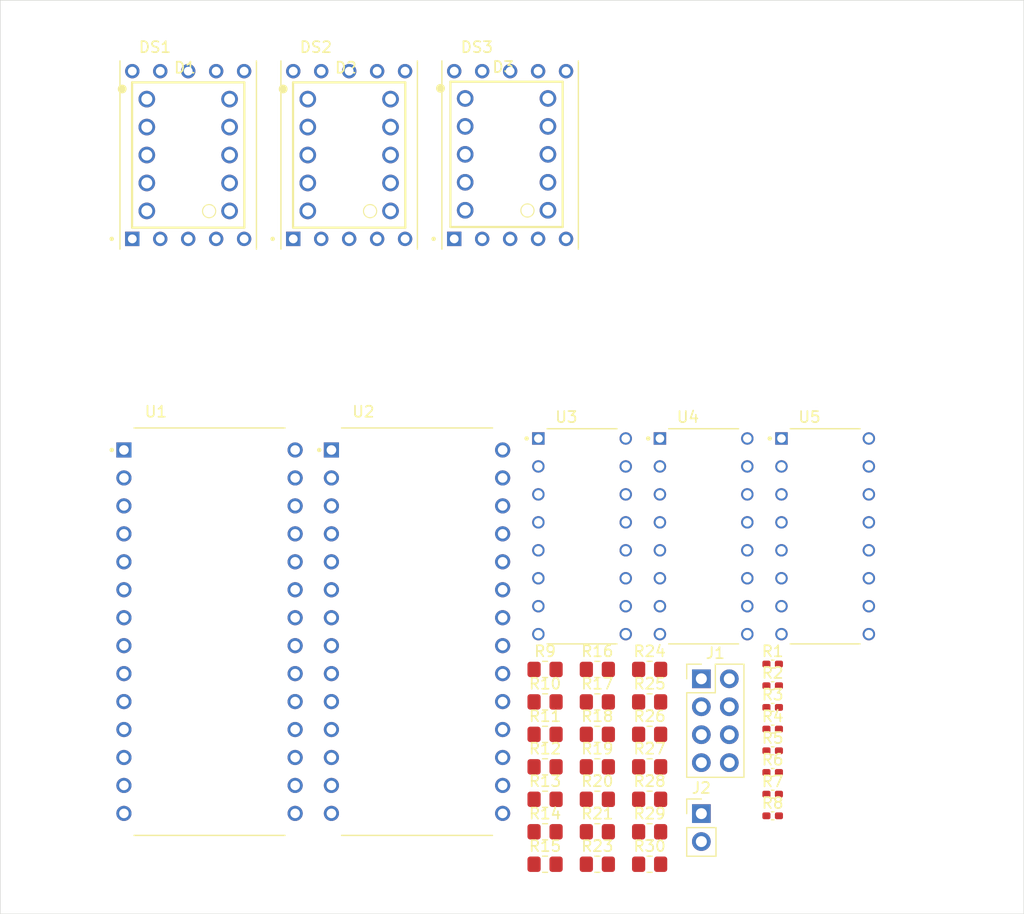
<source format=kicad_pcb>
(kicad_pcb (version 20240108) (generator "pcbnew") (generator_version "8.0")
  (layers (0 "F.Cu" signal) (31 "B.Cu" signal) (34 "B.Paste" user) (35 "F.Paste" user) (36 "B.SilkS" user "B.Silkscreen") (37 "F.SilkS" user "F.Silkscreen") (38 "B.Mask" user) (39 "F.Mask" user) (44 "Edge.Cuts" user))
  (net 0 "")
  (net 1 "H-B")
  (net 2 "H-A")
  (net 3 "H-C")
  (net 4 "H-F")
  (net 5 "H-E")
  (net 6 "H-D")
  (net 7 "H-G")
  (net 8 "GND")
  (net 10 "T-B")
  (net 11 "T-F")
  (net 12 "T-C")
  (net 14 "T-A")
  (net 15 "T-G")
  (net 16 "T-D")
  (net 17 "T-E")
  (net 18 "O-B")
  (net 19 "O-A")
  (net 20 "O-D")
  (net 21 "O-C")
  (net 22 "O-E")
  (net 23 "O-G")
  (net 24 "O-F")
  (net 29 "8")
  (net 30 "4")
  (net 31 "1")
  (net 32 "5")
  (net 33 "3")
  (net 34 "6")
  (net 35 "2")
  (net 36 "7")
  (net 37 "VCC")
  (net 38 "Net-(U3-c)")
  (net 39 "Net-(U3-b)")
  (net 40 "Net-(U3-a)")
  (net 41 "Net-(U3-d)")
  (net 42 "Net-(U3-e)")
  (net 43 "Net-(U3-f)")
  (net 44 "Net-(U3-g)")
  (net 45 "Net-(U4-a)")
  (net 46 "Net-(U4-b)")
  (net 47 "Net-(U4-c)")
  (net 48 "Net-(U4-d)")
  (net 49 "Net-(U4-e)")
  (net 50 "Net-(U4-f)")
  (net 51 "Net-(U4-g)")
  (net 52 "Net-(U5-a)")
  (net 53 "Net-(U5-b)")
  (net 54 "Net-(U5-c)")
  (net 55 "Net-(U5-d)")
  (net 56 "Net-(U5-e)")
  (net 57 "Net-(U5-f)")
  (net 58 "Net-(U5-g)")
  (net 59 "T2")
  (net 60 "O4")
  (net 61 "O3")
  (net 62 "T4")
  (net 63 "T3")
  (net 64 "O1")
  (net 65 "O2")
  (net 66 "T1")
  (net 70 "H1")
  (net 71 "H2")
  (net 73 "H4")
  (net 74 "H3")
  (footprint "Resistor_SMD:R_0805_2012Metric_Pad1.20x1.40mm_HandSolder" (layer "F.Cu") (at 108 91.25)
    (property "Reference" "R25" (at 0 -1.65 0) (layer "F.SilkS"))
    (property "Value" "330")
    (fp_line (start -0.227064 -0.735) (end 0.227064 -0.735) (stroke (width 0.12)) (layer "F.SilkS"))
    (fp_line (start -0.227064 0.735) (end 0.227064 0.735) (stroke (width 0.12)) (layer "F.SilkS"))
    (pad "1" smd roundrect (at -1 0) (size 1.2 1.4) (layers "F.Cu" "F.Paste" "F.Mask") (roundrect_rratio 0.208333) (net 53 "Net-(U5-b)"))
    (pad "2" smd roundrect (at 1 0) (size 1.2 1.4) (layers "F.Cu" "F.Paste" "F.Mask") (roundrect_rratio 0.208333) (net 18 "O-B"))
  )
  (footprint "Connector_PinHeader_2.54mm:PinHeader_2x04_P2.54mm_Vertical" (layer "F.Cu") (at 112.7 89.15)
    (property "Reference" "J1" (at 1.27 -2.33 0) (layer "F.SilkS"))
    (property "Value" "Conn_01x08_Pin")
    (fp_line (start -1.33 -1.33) (end 0 -1.33) (stroke (width 0.12)) (layer "F.SilkS"))
    (fp_line (start -1.33 0) (end -1.33 -1.33) (stroke (width 0.12)) (layer "F.SilkS"))
    (fp_line (start -1.33 1.27) (end -1.33 8.95) (stroke (width 0.12)) (layer "F.SilkS"))
    (fp_line (start -1.33 1.27) (end 1.27 1.27) (stroke (width 0.12)) (layer "F.SilkS"))
    (fp_line (start -1.33 8.95) (end 3.87 8.95) (stroke (width 0.12)) (layer "F.SilkS"))
    (fp_line (start 1.27 -1.33) (end 3.87 -1.33) (stroke (width 0.12)) (layer "F.SilkS"))
    (fp_line (start 1.27 1.27) (end 1.27 -1.33) (stroke (width 0.12)) (layer "F.SilkS"))
    (fp_line (start 3.87 -1.33) (end 3.87 8.95) (stroke (width 0.12)) (layer "F.SilkS"))
    (pad "1" thru_hole rect (at 0 0) (size 1.7 1.7) (drill 1) (layers "*.Cu" "*.Mask") (net 31 "1"))
    (pad "2" thru_hole oval (at 2.54 0) (size 1.7 1.7) (drill 1) (layers "*.Cu" "*.Mask") (net 35 "2"))
    (pad "3" thru_hole oval (at 0 2.54) (size 1.7 1.7) (drill 1) (layers "*.Cu" "*.Mask") (net 33 "3"))
    (pad "4" thru_hole oval (at 2.54 2.54) (size 1.7 1.7) (drill 1) (layers "*.Cu" "*.Mask") (net 30 "4"))
    (pad "5" thru_hole oval (at 0 5.08) (size 1.7 1.7) (drill 1) (layers "*.Cu" "*.Mask") (net 32 "5"))
    (pad "6" thru_hole oval (at 2.54 5.08) (size 1.7 1.7) (drill 1) (layers "*.Cu" "*.Mask") (net 34 "6"))
    (pad "7" thru_hole oval (at 0 7.62) (size 1.7 1.7) (drill 1) (layers "*.Cu" "*.Mask") (net 36 "7"))
    (pad "8" thru_hole oval (at 2.54 7.62) (size 1.7 1.7) (drill 1) (layers "*.Cu" "*.Mask") (net 29 "8"))
  )
  (footprint "Resistor_SMD:R_0805_2012Metric_Pad1.20x1.40mm_HandSolder" (layer "F.Cu") (at 103.25 103.05)
    (property "Reference" "R21" (at 0 -1.65 0) (layer "F.SilkS"))
    (property "Value" "330")
    (fp_line (start -0.227064 -0.735) (end 0.227064 -0.735) (stroke (width 0.12)) (layer "F.SilkS"))
    (fp_line (start -0.227064 0.735) (end 0.227064 0.735) (stroke (width 0.12)) (layer "F.SilkS"))
    (pad "1" smd roundrect (at -1 0) (size 1.2 1.4) (layers "F.Cu" "F.Paste" "F.Mask") (roundrect_rratio 0.208333) (net 50 "Net-(U4-f)"))
    (pad "2" smd roundrect (at 1 0) (size 1.2 1.4) (layers "F.Cu" "F.Paste" "F.Mask") (roundrect_rratio 0.208333) (net 11 "T-F"))
  )
  (footprint "Resistor_SMD:R_0805_2012Metric_Pad1.20x1.40mm_HandSolder" (layer "F.Cu") (at 98.5 97.15)
    (property "Reference" "R12" (at 0 -1.65 0) (layer "F.SilkS"))
    (property "Value" "330")
    (fp_line (start -0.227064 -0.735) (end 0.227064 -0.735) (stroke (width 0.12)) (layer "F.SilkS"))
    (fp_line (start -0.227064 0.735) (end 0.227064 0.735) (stroke (width 0.12)) (layer "F.SilkS"))
    (pad "1" smd roundrect (at -1 0) (size 1.2 1.4) (layers "F.Cu" "F.Paste" "F.Mask") (roundrect_rratio 0.208333) (net 41 "Net-(U3-d)"))
    (pad "2" smd roundrect (at 1 0) (size 1.2 1.4) (layers "F.Cu" "F.Paste" "F.Mask") (roundrect_rratio 0.208333) (net 6 "H-D"))
  )
  (footprint "HDSP-511Y Footprint Symbol:LED_HDSP-511Y" (layer "F.Cu") (at 95.325 41.56)
    (property "Reference" "DS3" (at -3.021 -9.8 0) (layer "F.SilkS"))
    (property "Value" "HDSP-511Y")
    (fp_line (start -6.2 8.55) (end -6.2 -8.55) (stroke (width 0.127)) (layer "F.SilkS"))
    (fp_line (start 6.2 -8.55) (end 6.2 8.55) (stroke (width 0.127)) (layer "F.SilkS"))
    (fp_circle (center -6.95 7.62) (end -6.85 7.62) (stroke (width 0.2)) (fill none) (layer "F.SilkS"))
    (pad "1" thru_hole rect (at -5.08 7.62) (size 1.308 1.308) (drill 0.8) (layers "*.Cu" "*.Mask") (net 22 "O-E"))
    (pad "2" thru_hole circle (at -2.54 7.62) (size 1.308 1.308) (drill 0.8) (layers "*.Cu" "*.Mask") (net 20 "O-D"))
    (pad "3" thru_hole circle (at 0 7.62) (size 1.308 1.308) (drill 0.8) (layers "*.Cu" "*.Mask") (net 8 "GND"))
    (pad "4" thru_hole circle (at 2.54 7.62) (size 1.308 1.308) (drill 0.8) (layers "*.Cu" "*.Mask") (net 21 "O-C"))
    (pad "5" thru_hole circle (at 5.08 7.62) (size 1.308 1.308) (drill 0.8) (layers "*.Cu" "*.Mask"))
    (pad "6" thru_hole circle (at 5.08 -7.62) (size 1.308 1.308) (drill 0.8) (layers "*.Cu" "*.Mask") (net 18 "O-B"))
    (pad "7" thru_hole circle (at 2.54 -7.62) (size 1.308 1.308) (drill 0.8) (layers "*.Cu" "*.Mask") (net 19 "O-A"))
    (pad "8" thru_hole circle (at 0 -7.62) (size 1.308 1.308) (drill 0.8) (layers "*.Cu" "*.Mask") (net 8 "GND"))
    (pad "9" thru_hole circle (at -2.54 -7.62) (size 1.308 1.308) (drill 0.8) (layers "*.Cu" "*.Mask") (net 24 "O-F"))
    (pad "10" thru_hole circle (at -5.08 -7.62) (size 1.308 1.308) (drill 0.8) (layers "*.Cu" "*.Mask") (net 23 "O-G"))
  )
  (footprint "Capacitor_SMD:C_0402_1005Metric_Pad0.74x0.62mm_HandSolder" (layer "F.Cu") (at 119.18 101.6)
    (property "Reference" "R8" (at 0 -1.16 0) (layer "F.SilkS"))
    (property "Value" "10k")
    (fp_line (start -0.115835 -0.36) (end 0.115835 -0.36) (stroke (width 0.12)) (layer "F.SilkS"))
    (fp_line (start -0.115835 0.36) (end 0.115835 0.36) (stroke (width 0.12)) (layer "F.SilkS"))
    (pad "1" smd roundrect (at -0.5675 0) (size 0.735 0.62) (layers "F.Cu" "F.Paste" "F.Mask") (net 8 "GND"))
    (pad "2" smd roundrect (at 0.5675 0) (size 0.735 0.62) (layers "F.Cu" "F.Paste" "F.Mask") (net 29 "8"))
  )
  (footprint "Resistor_SMD:R_0805_2012Metric_Pad1.20x1.40mm_HandSolder" (layer "F.Cu") (at 98.5 103.05)
    (property "Reference" "R14" (at 0 -1.65 0) (layer "F.SilkS"))
    (property "Value" "330")
    (fp_line (start -0.227064 -0.735) (end 0.227064 -0.735) (stroke (width 0.12)) (layer "F.SilkS"))
    (fp_line (start -0.227064 0.735) (end 0.227064 0.735) (stroke (width 0.12)) (layer "F.SilkS"))
    (pad "1" smd roundrect (at -1 0) (size 1.2 1.4) (layers "F.Cu" "F.Paste" "F.Mask") (roundrect_rratio 0.208333) (net 43 "Net-(U3-f)"))
    (pad "2" smd roundrect (at 1 0) (size 1.2 1.4) (layers "F.Cu" "F.Paste" "F.Mask") (roundrect_rratio 0.208333) (net 4 "H-F"))
  )
  (footprint "CD4056BE:DIP794W45P254L1969H508Q16" (layer "F.Cu") (at 112.905 76.205)
    (property "Reference" "U4" (at -1.425 -10.835 0) (layer "F.SilkS"))
    (property "Value" "4056")
    (fp_line (start -3.175 -9.775) (end 3.175 -9.775) (stroke (width 0.127)) (layer "F.SilkS"))
    (fp_line (start -3.175 9.775) (end 3.175 9.775) (stroke (width 0.127)) (layer "F.SilkS"))
    (fp_circle (center -5.035 -8.89) (end -4.935 -8.89) (stroke (width 0.2)) (fill none) (layer "F.SilkS"))
    (pad "1" thru_hole rect (at -3.97 -8.89) (size 1.13 1.13) (drill 0.78) (layers "*.Cu" "*.Mask") (net 37 "VCC"))
    (pad "2" thru_hole circle (at -3.97 -6.35) (size 1.13 1.13) (drill 0.78) (layers "*.Cu" "*.Mask") (net 63 "T3"))
    (pad "3" thru_hole circle (at -3.97 -3.81) (size 1.13 1.13) (drill 0.78) (layers "*.Cu" "*.Mask") (net 59 "T2"))
    (pad "4" thru_hole circle (at -3.97 -1.27) (size 1.13 1.13) (drill 0.78) (layers "*.Cu" "*.Mask") (net 62 "T4"))
    (pad "5" thru_hole circle (at -3.97 1.27) (size 1.13 1.13) (drill 0.78) (layers "*.Cu" "*.Mask") (net 66 "T1"))
    (pad "6" thru_hole circle (at -3.97 3.81) (size 1.13 1.13) (drill 0.78) (layers "*.Cu" "*.Mask") (net 8 "GND"))
    (pad "7" thru_hole circle (at -3.97 6.35) (size 1.13 1.13) (drill 0.78) (layers "*.Cu" "*.Mask") (net 8 "GND"))
    (pad "8" thru_hole circle (at -3.97 8.89) (size 1.13 1.13) (drill 0.78) (layers "*.Cu" "*.Mask") (net 8 "GND"))
    (pad "9" thru_hole circle (at 3.97 8.89) (size 1.13 1.13) (drill 0.78) (layers "*.Cu" "*.Mask") (net 45 "Net-(U4-a)"))
    (pad "10" thru_hole circle (at 3.97 6.35) (size 1.13 1.13) (drill 0.78) (layers "*.Cu" "*.Mask") (net 46 "Net-(U4-b)"))
    (pad "11" thru_hole circle (at 3.97 3.81) (size 1.13 1.13) (drill 0.78) (layers "*.Cu" "*.Mask") (net 47 "Net-(U4-c)"))
    (pad "12" thru_hole circle (at 3.97 1.27) (size 1.13 1.13) (drill 0.78) (layers "*.Cu" "*.Mask") (net 48 "Net-(U4-d)"))
    (pad "13" thru_hole circle (at 3.97 -1.27) (size 1.13 1.13) (drill 0.78) (layers "*.Cu" "*.Mask") (net 49 "Net-(U4-e)"))
    (pad "14" thru_hole circle (at 3.97 -3.81) (size 1.13 1.13) (drill 0.78) (layers "*.Cu" "*.Mask") (net 51 "Net-(U4-g)"))
    (pad "15" thru_hole circle (at 3.97 -6.35) (size 1.13 1.13) (drill 0.78) (layers "*.Cu" "*.Mask") (net 50 "Net-(U4-f)"))
    (pad "16" thru_hole circle (at 3.97 -8.89) (size 1.13 1.13) (drill 0.78) (layers "*.Cu" "*.Mask") (net 37 "VCC"))
  )
  (footprint "Resistor_SMD:R_0805_2012Metric_Pad1.20x1.40mm_HandSolder" (layer "F.Cu") (at 108 106)
    (property "Reference" "R30" (at 0 -1.65 0) (layer "F.SilkS"))
    (property "Value" "330")
    (fp_line (start -0.227064 -0.735) (end 0.227064 -0.735) (stroke (width 0.12)) (layer "F.SilkS"))
    (fp_line (start -0.227064 0.735) (end 0.227064 0.735) (stroke (width 0.12)) (layer "F.SilkS"))
    (pad "1" smd roundrect (at -1 0) (size 1.2 1.4) (layers "F.Cu" "F.Paste" "F.Mask") (roundrect_rratio 0.208333) (net 58 "Net-(U5-g)"))
    (pad "2" smd roundrect (at 1 0) (size 1.2 1.4) (layers "F.Cu" "F.Paste" "F.Mask") (roundrect_rratio 0.208333) (net 23 "O-G"))
  )
  (footprint "Resistor_SMD:R_0805_2012Metric_Pad1.20x1.40mm_HandSolder" (layer "F.Cu") (at 108 94.2)
    (property "Reference" "R26" (at 0 -1.65 0) (layer "F.SilkS"))
    (property "Value" "330")
    (fp_line (start -0.227064 -0.735) (end 0.227064 -0.735) (stroke (width 0.12)) (layer "F.SilkS"))
    (fp_line (start -0.227064 0.735) (end 0.227064 0.735) (stroke (width 0.12)) (layer "F.SilkS"))
    (pad "1" smd roundrect (at -1 0) (size 1.2 1.4) (layers "F.Cu" "F.Paste" "F.Mask") (roundrect_rratio 0.208333) (net 54 "Net-(U5-c)"))
    (pad "2" smd roundrect (at 1 0) (size 1.2 1.4) (layers "F.Cu" "F.Paste" "F.Mask") (roundrect_rratio 0.208333) (net 21 "O-C"))
  )
  (footprint "CD4056BE:DIP794W45P254L1969H508Q16" (layer "F.Cu") (at 101.86 76.205)
    (property "Reference" "U3" (at -1.425 -10.835 0) (layer "F.SilkS"))
    (property "Value" "4056")
    (fp_line (start -3.175 -9.775) (end 3.175 -9.775) (stroke (width 0.127)) (layer "F.SilkS"))
    (fp_line (start -3.175 9.775) (end 3.175 9.775) (stroke (width 0.127)) (layer "F.SilkS"))
    (fp_circle (center -5.035 -8.89) (end -4.935 -8.89) (stroke (width 0.2)) (fill none) (layer "F.SilkS"))
    (pad "1" thru_hole rect (at -3.97 -8.89) (size 1.13 1.13) (drill 0.78) (layers "*.Cu" "*.Mask") (net 37 "VCC"))
    (pad "2" thru_hole circle (at -3.97 -6.35) (size 1.13 1.13) (drill 0.78) (layers "*.Cu" "*.Mask") (net 74 "H3"))
    (pad "3" thru_hole circle (at -3.97 -3.81) (size 1.13 1.13) (drill 0.78) (layers "*.Cu" "*.Mask") (net 71 "H2"))
    (pad "4" thru_hole circle (at -3.97 -1.27) (size 1.13 1.13) (drill 0.78) (layers "*.Cu" "*.Mask") (net 73 "H4"))
    (pad "5" thru_hole circle (at -3.97 1.27) (size 1.13 1.13) (drill 0.78) (layers "*.Cu" "*.Mask") (net 70 "H1"))
    (pad "6" thru_hole circle (at -3.97 3.81) (size 1.13 1.13) (drill 0.78) (layers "*.Cu" "*.Mask") (net 8 "GND"))
    (pad "7" thru_hole circle (at -3.97 6.35) (size 1.13 1.13) (drill 0.78) (layers "*.Cu" "*.Mask") (net 8 "GND"))
    (pad "8" thru_hole circle (at -3.97 8.89) (size 1.13 1.13) (drill 0.78) (layers "*.Cu" "*.Mask") (net 8 "GND"))
    (pad "9" thru_hole circle (at 3.97 8.89) (size 1.13 1.13) (drill 0.78) (layers "*.Cu" "*.Mask") (net 40 "Net-(U3-a)"))
    (pad "10" thru_hole circle (at 3.97 6.35) (size 1.13 1.13) (drill 0.78) (layers "*.Cu" "*.Mask") (net 39 "Net-(U3-b)"))
    (pad "11" thru_hole circle (at 3.97 3.81) (size 1.13 1.13) (drill 0.78) (layers "*.Cu" "*.Mask") (net 38 "Net-(U3-c)"))
    (pad "12" thru_hole circle (at 3.97 1.27) (size 1.13 1.13) (drill 0.78) (layers "*.Cu" "*.Mask") (net 41 "Net-(U3-d)"))
    (pad "13" thru_hole circle (at 3.97 -1.27) (size 1.13 1.13) (drill 0.78) (layers "*.Cu" "*.Mask") (net 42 "Net-(U3-e)"))
    (pad "14" thru_hole circle (at 3.97 -3.81) (size 1.13 1.13) (drill 0.78) (layers "*.Cu" "*.Mask") (net 44 "Net-(U3-g)"))
    (pad "15" thru_hole circle (at 3.97 -6.35) (size 1.13 1.13) (drill 0.78) (layers "*.Cu" "*.Mask") (net 43 "Net-(U3-f)"))
    (pad "16" thru_hole circle (at 3.97 -8.89) (size 1.13 1.13) (drill 0.78) (layers "*.Cu" "*.Mask") (net 37 "VCC"))
  )
  (footprint "Resistor_SMD:R_0805_2012Metric_Pad1.20x1.40mm_HandSolder" (layer "F.Cu") (at 98.5 88.3)
    (property "Reference" "R9" (at 0 -1.65 0) (layer "F.SilkS"))
    (property "Value" "330")
    (fp_line (start -0.227064 -0.735) (end 0.227064 -0.735) (stroke (width 0.12)) (layer "F.SilkS"))
    (fp_line (start -0.227064 0.735) (end 0.227064 0.735) (stroke (width 0.12)) (layer "F.SilkS"))
    (pad "1" smd roundrect (at -1 0) (size 1.2 1.4) (layers "F.Cu" "F.Paste" "F.Mask") (roundrect_rratio 0.208333) (net 38 "Net-(U3-c)"))
    (pad "2" smd roundrect (at 1 0) (size 1.2 1.4) (layers "F.Cu" "F.Paste" "F.Mask") (roundrect_rratio 0.208333) (net 3 "H-C"))
  )
  (footprint "Resistor_SMD:R_0805_2012Metric_Pad1.20x1.40mm_HandSolder" (layer "F.Cu") (at 98.5 94.2)
    (property "Reference" "R11" (at 0 -1.65 0) (layer "F.SilkS"))
    (property "Value" "330")
    (fp_line (start -0.227064 -0.735) (end 0.227064 -0.735) (stroke (width 0.12)) (layer "F.SilkS"))
    (fp_line (start -0.227064 0.735) (end 0.227064 0.735) (stroke (width 0.12)) (layer "F.SilkS"))
    (pad "1" smd roundrect (at -1 0) (size 1.2 1.4) (layers "F.Cu" "F.Paste" "F.Mask") (roundrect_rratio 0.208333) (net 40 "Net-(U3-a)"))
    (pad "2" smd roundrect (at 1 0) (size 1.2 1.4) (layers "F.Cu" "F.Paste" "F.Mask") (roundrect_rratio 0.208333) (net 2 "H-A"))
  )
  (footprint "Resistor_SMD:R_0805_2012Metric_Pad1.20x1.40mm_HandSolder" (layer "F.Cu") (at 98.5 91.25)
    (property "Reference" "R10" (at 0 -1.65 0) (layer "F.SilkS"))
    (property "Value" "330")
    (fp_line (start -0.227064 -0.735) (end 0.227064 -0.735) (stroke (width 0.12)) (layer "F.SilkS"))
    (fp_line (start -0.227064 0.735) (end 0.227064 0.735) (stroke (width 0.12)) (layer "F.SilkS"))
    (pad "1" smd roundrect (at -1 0) (size 1.2 1.4) (layers "F.Cu" "F.Paste" "F.Mask") (roundrect_rratio 0.208333) (net 39 "Net-(U3-b)"))
    (pad "2" smd roundrect (at 1 0) (size 1.2 1.4) (layers "F.Cu" "F.Paste" "F.Mask") (roundrect_rratio 0.208333) (net 1 "H-B"))
  )
  (footprint "WL T7DS Common Cathode (1):WL-T7DS_0.39INCH" (layer "F.Cu") (at 95 41.5)
    (property "Reference" "D3" (at -0.3 -7.935 0) (layer "F.SilkS"))
    (property "Value" "WL-T7DS_0.39INCH_COMMON-CATHODE")
    (fp_line (start -5.1 -6.6) (end 5.1 -6.6) (stroke (width 0.2)) (layer "F.SilkS"))
    (fp_line (start -5.1 6.6) (end -5.1 -6.6) (stroke (width 0.2)) (layer "F.SilkS"))
    (fp_line (start 5.1 -6.6) (end 5.1 6.6) (stroke (width 0.2)) (layer "F.SilkS"))
    (fp_line (start 5.1 6.6) (end -5.1 6.6) (stroke (width 0.2)) (layer "F.SilkS"))
    (fp_circle (center -6 -6) (end -5.8 -6) (stroke (width 0.4)) (fill none) (layer "F.SilkS"))
    (fp_circle (center 1.9 5.1) (end 2.5 5.1) (stroke (width 0.1)) (fill none) (layer "F.SilkS"))
    (pad "1" thru_hole circle (at -3.76 -5.08) (size 1.508 1.508) (drill 1) (layers "*.Cu" "*.Mask") (net 23 "O-G"))
    (pad "2" thru_hole circle (at -3.76 -2.54) (size 1.508 1.508) (drill 1) (layers "*.Cu" "*.Mask") (net 24 "O-F"))
    (pad "3" thru_hole circle (at -3.76 0) (size 1.508 1.508) (drill 1) (layers "*.Cu" "*.Mask") (net 8 "GND"))
    (pad "4" thru_hole circle (at -3.76 2.54) (size 1.508 1.508) (drill 1) (layers "*.Cu" "*.Mask") (net 22 "O-E"))
    (pad "5" thru_hole circle (at -3.76 5.08) (size 1.508 1.508) (drill 1) (layers "*.Cu" "*.Mask") (net 20 "O-D"))
    (pad "6" thru_hole circle (at 3.76 5.08) (size 1.508 1.508) (drill 1) (layers "*.Cu" "*.Mask"))
    (pad "7" thru_hole circle (at 3.76 2.54) (size 1.508 1.508) (drill 1) (layers "*.Cu" "*.Mask") (net 21 "O-C"))
    (pad "8" thru_hole circle (at 3.76 0) (size 1.508 1.508) (drill 1) (layers "*.Cu" "*.Mask") (net 8 "GND"))
    (pad "9" thru_hole circle (at 3.76 -2.54) (size 1.508 1.508) (drill 1) (layers "*.Cu" "*.Mask") (net 18 "O-B"))
    (pad "10" thru_hole circle (at 3.76 -5.08) (size 1.508 1.508) (drill 1) (layers "*.Cu" "*.Mask") (net 19 "O-A"))
  )
  (footprint "Capacitor_SMD:C_0402_1005Metric_Pad0.74x0.62mm_HandSolder" (layer "F.Cu") (at 119.18 95.69)
    (property "Reference" "R5" (at 0 -1.16 0) (layer "F.SilkS"))
    (property "Value" "10k")
    (fp_line (start -0.115835 -0.36) (end 0.115835 -0.36) (stroke (width 0.12)) (layer "F.SilkS"))
    (fp_line (start -0.115835 0.36) (end 0.115835 0.36) (stroke (width 0.12)) (layer "F.SilkS"))
    (pad "1" smd roundrect (at -0.5675 0) (size 0.735 0.62) (layers "F.Cu" "F.Paste" "F.Mask") (net 8 "GND"))
    (pad "2" smd roundrect (at 0.5675 0) (size 0.735 0.62) (layers "F.Cu" "F.Paste" "F.Mask") (net 32 "5"))
  )
  (footprint "HDSP-511Y Footprint Symbol:LED_HDSP-511Y" (layer "F.Cu") (at 66.075 41.56)
    (property "Reference" "DS1" (at -3.021 -9.8 0) (layer "F.SilkS"))
    (property "Value" "HDSP-511Y")
    (fp_line (start -6.2 8.55) (end -6.2 -8.55) (stroke (width 0.127)) (layer "F.SilkS"))
    (fp_line (start 6.2 -8.55) (end 6.2 8.55) (stroke (width 0.127)) (layer "F.SilkS"))
    (fp_circle (center -6.95 7.62) (end -6.85 7.62) (stroke (width 0.2)) (fill none) (layer "F.SilkS"))
    (pad "1" thru_hole rect (at -5.08 7.62) (size 1.308 1.308) (drill 0.8) (layers "*.Cu" "*.Mask") (net 5 "H-E"))
    (pad "2" thru_hole circle (at -2.54 7.62) (size 1.308 1.308) (drill 0.8) (layers "*.Cu" "*.Mask") (net 6 "H-D"))
    (pad "3" thru_hole circle (at 0 7.62) (size 1.308 1.308) (drill 0.8) (layers "*.Cu" "*.Mask") (net 8 "GND"))
    (pad "4" thru_hole circle (at 2.54 7.62) (size 1.308 1.308) (drill 0.8) (layers "*.Cu" "*.Mask") (net 3 "H-C"))
    (pad "5" thru_hole circle (at 5.08 7.62) (size 1.308 1.308) (drill 0.8) (layers "*.Cu" "*.Mask"))
    (pad "6" thru_hole circle (at 5.08 -7.62) (size 1.308 1.308) (drill 0.8) (layers "*.Cu" "*.Mask") (net 1 "H-B"))
    (pad "7" thru_hole circle (at 2.54 -7.62) (size 1.308 1.308) (drill 0.8) (layers "*.Cu" "*.Mask") (net 2 "H-A"))
    (pad "8" thru_hole circle (at 0 -7.62) (size 1.308 1.308) (drill 0.8) (layers "*.Cu" "*.Mask") (net 8 "GND"))
    (pad "9" thru_hole circle (at -2.54 -7.62) (size 1.308 1.308) (drill 0.8) (layers "*.Cu" "*.Mask") (net 4 "H-F"))
    (pad "10" thru_hole circle (at -5.08 -7.62) (size 1.308 1.308) (drill 0.8) (layers "*.Cu" "*.Mask") (net 7 "H-G"))
  )
  (footprint "Capacitor_SMD:C_0402_1005Metric_Pad0.74x0.62mm_HandSolder" (layer "F.Cu") (at 119.18 91.75)
    (property "Reference" "R3" (at 0 -1.16 0) (layer "F.SilkS"))
    (property "Value" "10k")
    (fp_line (start -0.115835 -0.36) (end 0.115835 -0.36) (stroke (width 0.12)) (layer "F.SilkS"))
    (fp_line (start -0.115835 0.36) (end 0.115835 0.36) (stroke (width 0.12)) (layer "F.SilkS"))
    (pad "1" smd roundrect (at -0.5675 0) (size 0.735 0.62) (layers "F.Cu" "F.Paste" "F.Mask") (net 8 "GND"))
    (pad "2" smd roundrect (at 0.5675 0) (size 0.735 0.62) (layers "F.Cu" "F.Paste" "F.Mask") (net 33 "3"))
  )
  (footprint "WL T7DS Common Cathode (1):WL-T7DS_0.39INCH" (layer "F.Cu") (at 80.7 41.56)
    (property "Reference" "D2" (at -0.3 -7.935 0) (layer "F.SilkS"))
    (property "Value" "WL-T7DS_0.39INCH_COMMON-CATHODE")
    (fp_line (start -5.1 -6.6) (end 5.1 -6.6) (stroke (width 0.2)) (layer "F.SilkS"))
    (fp_line (start -5.1 6.6) (end -5.1 -6.6) (stroke (width 0.2)) (layer "F.SilkS"))
    (fp_line (start 5.1 -6.6) (end 5.1 6.6) (stroke (width 0.2)) (layer "F.SilkS"))
    (fp_line (start 5.1 6.6) (end -5.1 6.6) (stroke (width 0.2)) (layer "F.SilkS"))
    (fp_circle (center -6 -6) (end -5.8 -6) (stroke (width 0.4)) (fill none) (layer "F.SilkS"))
    (fp_circle (center 1.9 5.1) (end 2.5 5.1) (stroke (width 0.1)) (fill none) (layer "F.SilkS"))
    (pad "1" thru_hole circle (at -3.76 -5.08) (size 1.508 1.508) (drill 1) (layers "*.Cu" "*.Mask") (net 15 "T-G"))
    (pad "2" thru_hole circle (at -3.76 -2.54) (size 1.508 1.508) (drill 1) (layers "*.Cu" "*.Mask") (net 11 "T-F"))
    (pad "3" thru_hole circle (at -3.76 0) (size 1.508 1.508) (drill 1) (layers "*.Cu" "*.Mask") (net 8 "GND"))
    (pad "4" thru_hole circle (at -3.76 2.54) (size 1.508 1.508) (drill 1) (layers "*.Cu" "*.Mask") (net 17 "T-E"))
    (pad "5" thru_hole circle (at -3.76 5.08) (size 1.508 1.508) (drill 1) (layers "*.Cu" "*.Mask") (net 16 "T-D"))
    (pad "6" thru_hole circle (at 3.76 5.08) (size 1.508 1.508) (drill 1) (layers "*.Cu" "*.Mask"))
    (pad "7" thru_hole circle (at 3.76 2.54) (size 1.508 1.508) (drill 1) (layers "*.Cu" "*.Mask") (net 12 "T-C"))
    (pad "8" thru_hole circle (at 3.76 0) (size 1.508 1.508) (drill 1) (layers "*.Cu" "*.Mask") (net 8 "GND"))
    (pad "9" thru_hole circle (at 3.76 -2.54) (size 1.508 1.508) (drill 1) (layers "*.Cu" "*.Mask") (net 10 "T-B"))
    (pad "10" thru_hole circle (at 3.76 -5.08) (size 1.508 1.508) (drill 1) (layers "*.Cu" "*.Mask") (net 14 "T-A"))
  )
  (footprint "Connector_PinHeader_2.54mm:PinHeader_1x02_P2.54mm_Vertical" (layer "F.Cu") (at 112.7 101.4)
    (property "Reference" "J2" (at 0 -2.33 0) (layer "F.SilkS"))
    (property "Value" "Conn_01x02_Pin")
    (fp_line (start -1.33 -1.33) (end 0 -1.33) (stroke (width 0.12)) (layer "F.SilkS"))
    (fp_line (start -1.33 0) (end -1.33 -1.33) (stroke (width 0.12)) (layer "F.SilkS"))
    (fp_line (start -1.33 1.27) (end -1.33 3.87) (stroke (width 0.12)) (layer "F.SilkS"))
    (fp_line (start -1.33 1.27) (end 1.33 1.27) (stroke (width 0.12)) (layer "F.SilkS"))
    (fp_line (start -1.33 3.87) (end 1.33 3.87) (stroke (width 0.12)) (layer "F.SilkS"))
    (fp_line (start 1.33 1.27) (end 1.33 3.87) (stroke (width 0.12)) (layer "F.SilkS"))
    (pad "1" thru_hole rect (at 0 0) (size 1.7 1.7) (drill 1) (layers "*.Cu" "*.Mask") (net 37 "VCC"))
    (pad "2" thru_hole oval (at 0 2.54) (size 1.7 1.7) (drill 1) (layers "*.Cu" "*.Mask") (net 8 "GND"))
  )
  (footprint "Resistor_SMD:R_0805_2012Metric_Pad1.20x1.40mm_HandSolder" (layer "F.Cu") (at 108 88.3)
    (property "Reference" "R24" (at 0 -1.65 0) (layer "F.SilkS"))
    (property "Value" "330")
    (fp_line (start -0.227064 -0.735) (end 0.227064 -0.735) (stroke (width 0.12)) (layer "F.SilkS"))
    (fp_line (start -0.227064 0.735) (end 0.227064 0.735) (stroke (width 0.12)) (layer "F.SilkS"))
    (pad "1" smd roundrect (at -1 0) (size 1.2 1.4) (layers "F.Cu" "F.Paste" "F.Mask") (roundrect_rratio 0.208333) (net 52 "Net-(U5-a)"))
    (pad "2" smd roundrect (at 1 0) (size 1.2 1.4) (layers "F.Cu" "F.Paste" "F.Mask") (roundrect_rratio 0.208333) (net 19 "O-A"))
  )
  (footprint "Capacitor_SMD:C_0402_1005Metric_Pad0.74x0.62mm_HandSolder" (layer "F.Cu") (at 119.18 87.81)
    (property "Reference" "R1" (at 0 -1.16 0) (layer "F.SilkS"))
    (property "Value" "10k")
    (fp_line (start -0.115835 -0.36) (end 0.115835 -0.36) (stroke (width 0.12)) (layer "F.SilkS"))
    (fp_line (start -0.115835 0.36) (end 0.115835 0.36) (stroke (width 0.12)) (layer "F.SilkS"))
    (pad "1" smd roundrect (at -0.5675 0) (size 0.735 0.62) (layers "F.Cu" "F.Paste" "F.Mask") (net 8 "GND"))
    (pad "2" smd roundrect (at 0.5675 0) (size 0.735 0.62) (layers "F.Cu" "F.Paste" "F.Mask") (net 31 "1"))
  )
  (footprint "Capacitor_SMD:C_0402_1005Metric_Pad0.74x0.62mm_HandSolder" (layer "F.Cu") (at 119.18 89.78)
    (property "Reference" "R2" (at 0 -1.16 0) (layer "F.SilkS"))
    (property "Value" "10k")
    (fp_line (start -0.115835 -0.36) (end 0.115835 -0.36) (stroke (width 0.12)) (layer "F.SilkS"))
    (fp_line (start -0.115835 0.36) (end 0.115835 0.36) (stroke (width 0.12)) (layer "F.SilkS"))
    (pad "1" smd roundrect (at -0.5675 0) (size 0.735 0.62) (layers "F.Cu" "F.Paste" "F.Mask") (net 8 "GND"))
    (pad "2" smd roundrect (at 0.5675 0) (size 0.735 0.62) (layers "F.Cu" "F.Paste" "F.Mask") (net 35 "2"))
  )
  (footprint "Resistor_SMD:R_0805_2012Metric_Pad1.20x1.40mm_HandSolder" (layer "F.Cu") (at 103.25 94.2)
    (property "Reference" "R18" (at 0 -1.65 0) (layer "F.SilkS"))
    (property "Value" "330")
    (fp_line (start -0.227064 -0.735) (end 0.227064 -0.735) (stroke (width 0.12)) (layer "F.SilkS"))
    (fp_line (start -0.227064 0.735) (end 0.227064 0.735) (stroke (width 0.12)) (layer "F.SilkS"))
    (pad "1" smd roundrect (at -1 0) (size 1.2 1.4) (layers "F.Cu" "F.Paste" "F.Mask") (roundrect_rratio 0.208333) (net 47 "Net-(U4-c)"))
    (pad "2" smd roundrect (at 1 0) (size 1.2 1.4) (layers "F.Cu" "F.Paste" "F.Mask") (roundrect_rratio 0.208333) (net 12 "T-C"))
  )
  (footprint "Capacitor_SMD:C_0402_1005Metric_Pad0.74x0.62mm_HandSolder" (layer "F.Cu") (at 119.18 93.72)
    (property "Reference" "R4" (at 0 -1.16 0) (layer "F.SilkS"))
    (property "Value" "10k")
    (fp_line (start -0.115835 -0.36) (end 0.115835 -0.36) (stroke (width 0.12)) (layer "F.SilkS"))
    (fp_line (start -0.115835 0.36) (end 0.115835 0.36) (stroke (width 0.12)) (layer "F.SilkS"))
    (pad "1" smd roundrect (at -0.5675 0) (size 0.735 0.62) (layers "F.Cu" "F.Paste" "F.Mask") (net 8 "GND"))
    (pad "2" smd roundrect (at 0.5675 0) (size 0.735 0.62) (layers "F.Cu" "F.Paste" "F.Mask") (net 30 "4"))
  )
  (footprint "CD4056BE:DIP794W45P254L1969H508Q16" (layer "F.Cu") (at 123.95 76.205)
    (property "Reference" "U5" (at -1.425 -10.835 0) (layer "F.SilkS"))
    (property "Value" "4056")
    (fp_line (start -3.175 -9.775) (end 3.175 -9.775) (stroke (width 0.127)) (layer "F.SilkS"))
    (fp_line (start -3.175 9.775) (end 3.175 9.775) (stroke (width 0.127)) (layer "F.SilkS"))
    (fp_circle (center -5.035 -8.89) (end -4.935 -8.89) (stroke (width 0.2)) (fill none) (layer "F.SilkS"))
    (pad "1" thru_hole rect (at -3.97 -8.89) (size 1.13 1.13) (drill 0.78) (layers "*.Cu" "*.Mask") (net 37 "VCC"))
    (pad "2" thru_hole circle (at -3.97 -6.35) (size 1.13 1.13) (drill 0.78) (layers "*.Cu" "*.Mask") (net 61 "O3"))
    (pad "3" thru_hole circle (at -3.97 -3.81) (size 1.13 1.13) (drill 0.78) (layers "*.Cu" "*.Mask") (net 65 "O2"))
    (pad "4" thru_hole circle (at -3.97 -1.27) (size 1.13 1.13) (drill 0.78) (layers "*.Cu" "*.Mask") (net 60 "O4"))
    (pad "5" thru_hole circle (at -3.97 1.27) (size 1.13 1.13) (drill 0.78) (layers "*.Cu" "*.Mask") (net 64 "O1"))
    (pad "6" thru_hole circle (at -3.97 3.81) (size 1.13 1.13) (drill 0.78) (layers "*.Cu" "*.Mask") (net 8 "GND"))
    (pad "7" thru_hole circle (at -3.97 6.35) (size 1.13 1.13) (drill 0.78) (layers "*.Cu" "*.Mask") (net 8 "GND"))
    (pad "8" thru_hole circle (at -3.97 8.89) (size 1.13 1.13) (drill 0.78) (layers "*.Cu" "*.Mask") (net 8 "GND"))
    (pad "9" thru_hole circle (at 3.97 8.89) (size 1.13 1.13) (drill 0.78) (layers "*.Cu" "*.Mask") (net 52 "Net-(U5-a)"))
    (pad "10" thru_hole circle (at 3.97 6.35) (size 1.13 1.13) (drill 0.78) (layers "*.Cu" "*.Mask") (net 53 "Net-(U5-b)"))
    (pad "11" thru_hole circle (at 3.97 3.81) (size 1.13 1.13) (drill 0.78) (layers "*.Cu" "*.Mask") (net 54 "Net-(U5-c)"))
    (pad "12" thru_hole circle (at 3.97 1.27) (size 1.13 1.13) (drill 0.78) (layers "*.Cu" "*.Mask") (net 55 "Net-(U5-d)"))
    (pad "13" thru_hole circle (at 3.97 -1.27) (size 1.13 1.13) (drill 0.78) (layers "*.Cu" "*.Mask") (net 56 "Net-(U5-e)"))
    (pad "14" thru_hole circle (at 3.97 -3.81) (size 1.13 1.13) (drill 0.78) (layers "*.Cu" "*.Mask") (net 58 "Net-(U5-g)"))
    (pad "15" thru_hole circle (at 3.97 -6.35) (size 1.13 1.13) (drill 0.78) (layers "*.Cu" "*.Mask") (net 57 "Net-(U5-f)"))
    (pad "16" thru_hole circle (at 3.97 -8.89) (size 1.13 1.13) (drill 0.78) (layers "*.Cu" "*.Mask") (net 37 "VCC"))
  )
  (footprint "Resistor_SMD:R_0805_2012Metric_Pad1.20x1.40mm_HandSolder" (layer "F.Cu") (at 103.25 97.15)
    (property "Reference" "R19" (at 0 -1.65 0) (layer "F.SilkS"))
    (property "Value" "330")
    (fp_line (start -0.227064 -0.735) (end 0.227064 -0.735) (stroke (width 0.12)) (layer "F.SilkS"))
    (fp_line (start -0.227064 0.735) (end 0.227064 0.735) (stroke (width 0.12)) (layer "F.SilkS"))
    (pad "1" smd roundrect (at -1 0) (size 1.2 1.4) (layers "F.Cu" "F.Paste" "F.Mask") (roundrect_rratio 0.208333) (net 48 "Net-(U4-d)"))
    (pad "2" smd roundrect (at 1 0) (size 1.2 1.4) (layers "F.Cu" "F.Paste" "F.Mask") (roundrect_rratio 0.208333) (net 16 "T-D"))
  )
  (footprint "Capacitor_SMD:C_0402_1005Metric_Pad0.74x0.62mm_HandSolder" (layer "F.Cu") (at 119.18 99.63)
    (property "Reference" "R7" (at 0 -1.16 0) (layer "F.SilkS"))
    (property "Value" "10k")
    (fp_line (start -0.115835 -0.36) (end 0.115835 -0.36) (stroke (width 0.12)) (layer "F.SilkS"))
    (fp_line (start -0.115835 0.36) (end 0.115835 0.36) (stroke (width 0.12)) (layer "F.SilkS"))
    (pad "1" smd roundrect (at -0.5675 0) (size 0.735 0.62) (layers "F.Cu" "F.Paste" "F.Mask") (net 8 "GND"))
    (pad "2" smd roundrect (at 0.5675 0) (size 0.735 0.62) (layers "F.Cu" "F.Paste" "F.Mask") (net 36 "7"))
  )
  (footprint "WL T7DS Common Cathode (1):WL-T7DS_0.39INCH" (layer "F.Cu") (at 66.075 41.56)
    (property "Reference" "D1" (at -0.3 -7.935 0) (layer "F.SilkS"))
    (property "Value" "WL-T7DS_0.39INCH_COMMON-CATHODE")
    (fp_line (start -5.1 -6.6) (end 5.1 -6.6) (stroke (width 0.2)) (layer "F.SilkS"))
    (fp_line (start -5.1 6.6) (end -5.1 -6.6) (stroke (width 0.2)) (layer "F.SilkS"))
    (fp_line (start 5.1 -6.6) (end 5.1 6.6) (stroke (width 0.2)) (layer "F.SilkS"))
    (fp_line (start 5.1 6.6) (end -5.1 6.6) (stroke (width 0.2)) (layer "F.SilkS"))
    (fp_circle (center -6 -6) (end -5.8 -6) (stroke (width 0.4)) (fill none) (layer "F.SilkS"))
    (fp_circle (center 1.9 5.1) (end 2.5 5.1) (stroke (width 0.1)) (fill none) (layer "F.SilkS"))
    (pad "1" thru_hole circle (at -3.76 -5.08) (size 1.508 1.508) (drill 1) (layers "*.Cu" "*.Mask") (net 7 "H-G"))
    (pad "2" thru_hole circle (at -3.76 -2.54) (size 1.508 1.508) (drill 1) (layers "*.Cu" "*.Mask") (net 4 "H-F"))
    (pad "3" thru_hole circle (at -3.76 0) (size 1.508 1.508) (drill 1) (layers "*.Cu" "*.Mask") (net 8 "GND"))
    (pad "4" thru_hole circle (at -3.76 2.54) (size 1.508 1.508) (drill 1) (layers "*.Cu" "*.Mask") (net 5 "H-E"))
    (pad "5" thru_hole circle (at -3.76 5.08) (size 1.508 1.508) (drill 1) (layers "*.Cu" "*.Mask") (net 6 "H-D"))
    (pad "6" thru_hole circle (at 3.76 5.08) (size 1.508 1.508) (drill 1) (layers "*.Cu" "*.Mask"))
    (pad "7" thru_hole circle (at 3.76 2.54) (size 1.508 1.508) (drill 1) (layers "*.Cu" "*.Mask") (net 3 "H-C"))
    (pad "8" thru_hole circle (at 3.76 0) (size 1.508 1.508) (drill 1) (layers "*.Cu" "*.Mask") (net 8 "GND"))
    (pad "9" thru_hole circle (at 3.76 -2.54) (size 1.508 1.508) (drill 1) (layers "*.Cu" "*.Mask") (net 1 "H-B"))
    (pad "10" thru_hole circle (at 3.76 -5.08) (size 1.508 1.508) (drill 1) (layers "*.Cu" "*.Mask") (net 2 "H-A"))
  )
  (footprint "Resistor_SMD:R_0805_2012Metric_Pad1.20x1.40mm_HandSolder" (layer "F.Cu") (at 103.25 100.1)
    (property "Reference" "R20" (at 0 -1.65 0) (layer "F.SilkS"))
    (property "Value" "330")
    (fp_line (start -0.227064 -0.735) (end 0.227064 -0.735) (stroke (width 0.12)) (layer "F.SilkS"))
    (fp_line (start -0.227064 0.735) (end 0.227064 0.735) (stroke (width 0.12)) (layer "F.SilkS"))
    (pad "1" smd roundrect (at -1 0) (size 1.2 1.4) (layers "F.Cu" "F.Paste" "F.Mask") (roundrect_rratio 0.208333) (net 49 "Net-(U4-e)"))
    (pad "2" smd roundrect (at 1 0) (size 1.2 1.4) (layers "F.Cu" "F.Paste" "F.Mask") (roundrect_rratio 0.208333) (net 17 "T-E"))
  )
  (footprint "Resistor_SMD:R_0805_2012Metric_Pad1.20x1.40mm_HandSolder" (layer "F.Cu") (at 103.25 91.25)
    (property "Reference" "R17" (at 0 -1.65 0) (layer "F.SilkS"))
    (property "Value" "330")
    (fp_line (start -0.227064 -0.735) (end 0.227064 -0.735) (stroke (width 0.12)) (layer "F.SilkS"))
    (fp_line (start -0.227064 0.735) (end 0.227064 0.735) (stroke (width 0.12)) (layer "F.SilkS"))
    (pad "1" smd roundrect (at -1 0) (size 1.2 1.4) (layers "F.Cu" "F.Paste" "F.Mask") (roundrect_rratio 0.208333) (net 46 "Net-(U4-b)"))
    (pad "2" smd roundrect (at 1 0) (size 1.2 1.4) (layers "F.Cu" "F.Paste" "F.Mask") (roundrect_rratio 0.208333) (net 10 "T-B"))
  )
  (footprint "Resistor_SMD:R_0805_2012Metric_Pad1.20x1.40mm_HandSolder" (layer "F.Cu") (at 108 103.05)
    (property "Reference" "R29" (at 0 -1.65 0) (layer "F.SilkS"))
    (property "Value" "330")
    (fp_line (start -0.227064 -0.735) (end 0.227064 -0.735) (stroke (width 0.12)) (layer "F.SilkS"))
    (fp_line (start -0.227064 0.735) (end 0.227064 0.735) (stroke (width 0.12)) (layer "F.SilkS"))
    (pad "1" smd roundrect (at -1 0) (size 1.2 1.4) (layers "F.Cu" "F.Paste" "F.Mask") (roundrect_rratio 0.208333) (net 57 "Net-(U5-f)"))
    (pad "2" smd roundrect (at 1 0) (size 1.2 1.4) (layers "F.Cu" "F.Paste" "F.Mask") (roundrect_rratio 0.208333) (net 24 "O-F"))
  )
  (footprint "Resistor_SMD:R_0805_2012Metric_Pad1.20x1.40mm_HandSolder" (layer "F.Cu") (at 98.5 106)
    (property "Reference" "R15" (at 0 -1.65 0) (layer "F.SilkS"))
    (property "Value" "330")
    (fp_line (start -0.227064 -0.735) (end 0.227064 -0.735) (stroke (width 0.12)) (layer "F.SilkS"))
    (fp_line (start -0.227064 0.735) (end 0.227064 0.735) (stroke (width 0.12)) (layer "F.SilkS"))
    (pad "1" smd roundrect (at -1 0) (size 1.2 1.4) (layers "F.Cu" "F.Paste" "F.Mask") (roundrect_rratio 0.208333) (net 44 "Net-(U3-g)"))
    (pad "2" smd roundrect (at 1 0) (size 1.2 1.4) (layers "F.Cu" "F.Paste" "F.Mask") (roundrect_rratio 0.208333) (net 7 "H-G"))
  )
  (footprint "Resistor_SMD:R_0805_2012Metric_Pad1.20x1.40mm_HandSolder" (layer "F.Cu") (at 103.25 88.3)
    (property "Reference" "R16" (at 0 -1.65 0) (layer "F.SilkS"))
    (property "Value" "330")
    (fp_line (start -0.227064 -0.735) (end 0.227064 -0.735) (stroke (width 0.12)) (layer "F.SilkS"))
    (fp_line (start -0.227064 0.735) (end 0.227064 0.735) (stroke (width 0.12)) (layer "F.SilkS"))
    (pad "1" smd roundrect (at -1 0) (size 1.2 1.4) (layers "F.Cu" "F.Paste" "F.Mask") (roundrect_rratio 0.208333) (net 45 "Net-(U4-a)"))
    (pad "2" smd roundrect (at 1 0) (size 1.2 1.4) (layers "F.Cu" "F.Paste" "F.Mask") (roundrect_rratio 0.208333) (net 14 "T-A"))
  )
  (footprint "Resistor_SMD:R_0805_2012Metric_Pad1.20x1.40mm_HandSolder" (layer "F.Cu") (at 98.5 100.1)
    (property "Reference" "R13" (at 0 -1.65 0) (layer "F.SilkS"))
    (property "Value" "330")
    (fp_line (start -0.227064 -0.735) (end 0.227064 -0.735) (stroke (width 0.12)) (layer "F.SilkS"))
    (fp_line (start -0.227064 0.735) (end 0.227064 0.735) (stroke (width 0.12)) (layer "F.SilkS"))
    (pad "1" smd roundrect (at -1 0) (size 1.2 1.4) (layers "F.Cu" "F.Paste" "F.Mask") (roundrect_rratio 0.208333) (net 42 "Net-(U3-e)"))
    (pad "2" smd roundrect (at 1 0) (size 1.2 1.4) (layers "F.Cu" "F.Paste" "F.Mask") (roundrect_rratio 0.208333) (net 5 "H-E"))
  )
  (footprint "HDSP-511Y Footprint Symbol:LED_HDSP-511Y" (layer "F.Cu") (at 80.7 41.56)
    (property "Reference" "DS2" (at -3.021 -9.8 0) (layer "F.SilkS"))
    (property "Value" "HDSP-511Y")
    (fp_line (start -6.2 8.55) (end -6.2 -8.55) (stroke (width 0.127)) (layer "F.SilkS"))
    (fp_line (start 6.2 -8.55) (end 6.2 8.55) (stroke (width 0.127)) (layer "F.SilkS"))
    (fp_circle (center -6.95 7.62) (end -6.85 7.62) (stroke (width 0.2)) (fill none) (layer "F.SilkS"))
    (pad "1" thru_hole rect (at -5.08 7.62) (size 1.308 1.308) (drill 0.8) (layers "*.Cu" "*.Mask") (net 17 "T-E"))
    (pad "2" thru_hole circle (at -2.54 7.62) (size 1.308 1.308) (drill 0.8) (layers "*.Cu" "*.Mask") (net 16 "T-D"))
    (pad "3" thru_hole circle (at 0 7.62) (size 1.308 1.308) (drill 0.8) (layers "*.Cu" "*.Mask") (net 8 "GND"))
    (pad "4" thru_hole circle (at 2.54 7.62) (size 1.308 1.308) (drill 0.8) (layers "*.Cu" "*.Mask") (net 12 "T-C"))
    (pad "5" thru_hole circle (at 5.08 7.62) (size 1.308 1.308) (drill 0.8) (layers "*.Cu" "*.Mask"))
    (pad "6" thru_hole circle (at 5.08 -7.62) (size 1.308 1.308) (drill 0.8) (layers "*.Cu" "*.Mask") (net 10 "T-B"))
    (pad "7" thru_hole circle (at 2.54 -7.62) (size 1.308 1.308) (drill 0.8) (layers "*.Cu" "*.Mask") (net 14 "T-A"))
    (pad "8" thru_hole circle (at 0 -7.62) (size 1.308 1.308) (drill 0.8) (layers "*.Cu" "*.Mask") (net 8 "GND"))
    (pad "9" thru_hole circle (at -2.54 -7.62) (size 1.308 1.308) (drill 0.8) (layers "*.Cu" "*.Mask") (net 11 "T-F"))
    (pad "10" thru_hole circle (at -5.08 -7.62) (size 1.308 1.308) (drill 0.8) (layers "*.Cu" "*.Mask") (net 15 "T-G"))
  )
  (footprint "AT28C64B-15PU:DIP1555W45P254L3733H482Q28" (layer "F.Cu") (at 68.0138 84.87)
    (property "Reference" "U1" (at -4.875 -19.985 0) (layer "F.SilkS"))
    (property "Value" "AT28C64B-15PU")
    (fp_line (start -6.858 -18.51) (end 6.858 -18.51) (stroke (width 0.127)) (layer "F.SilkS"))
    (fp_line (start -6.858 18.51) (end 6.858 18.51) (stroke (width 0.127)) (layer "F.SilkS"))
    (fp_circle (center -8.88875 -16.51) (end -8.78875 -16.51) (stroke (width 0.2)) (fill none) (layer "F.SilkS"))
    (pad "1" thru_hole rect (at -7.77875 -16.51) (size 1.378 1.378) (drill 0.87) (layers "*.Cu" "*.Mask"))
    (pad "2" thru_hole circle (at -7.77875 -13.97) (size 1.378 1.378) (drill 0.87) (layers "*.Cu" "*.Mask") (net 8 "GND"))
    (pad "3" thru_hole circle (at -7.77875 -11.43) (size 1.378 1.378) (drill 0.87) (layers "*.Cu" "*.Mask") (net 29 "8"))
    (pad "4" thru_hole circle (at -7.77875 -8.89) (size 1.378 1.378) (drill 0.87) (layers "*.Cu" "*.Mask") (net 36 "7"))
    (pad "5" thru_hole circle (at -7.77875 -6.35) (size 1.378 1.378) (drill 0.87) (layers "*.Cu" "*.Mask") (net 34 "6"))
    (pad "6" thru_hole circle (at -7.77875 -3.81) (size 1.378 1.378) (drill 0.87) (layers "*.Cu" "*.Mask") (net 32 "5"))
    (pad "7" thru_hole circle (at -7.77875 -1.27) (size 1.378 1.378) (drill 0.87) (layers "*.Cu" "*.Mask") (net 30 "4"))
    (pad "8" thru_hole circle (at -7.77875 1.27) (size 1.378 1.378) (drill 0.87) (layers "*.Cu" "*.Mask") (net 33 "3"))
    (pad "9" thru_hole circle (at -7.77875 3.81) (size 1.378 1.378) (drill 0.87) (layers "*.Cu" "*.Mask") (net 35 "2"))
    (pad "10" thru_hole circle (at -7.77875 6.35) (size 1.378 1.378) (drill 0.87) (layers "*.Cu" "*.Mask") (net 31 "1"))
    (pad "11" thru_hole circle (at -7.77875 8.89) (size 1.378 1.378) (drill 0.87) (layers "*.Cu" "*.Mask") (net 64 "O1"))
    (pad "12" thru_hole circle (at -7.77875 11.43) (size 1.378 1.378) (drill 0.87) (layers "*.Cu" "*.Mask") (net 65 "O2"))
    (pad "13" thru_hole circle (at -7.77875 13.97) (size 1.378 1.378) (drill 0.87) (layers "*.Cu" "*.Mask") (net 61 "O3"))
    (pad "14" thru_hole circle (at -7.77875 16.51) (size 1.378 1.378) (drill 0.87) (layers "*.Cu" "*.Mask") (net 8 "GND"))
    (pad "15" thru_hole circle (at 7.77875 16.51) (size 1.378 1.378) (drill 0.87) (layers "*.Cu" "*.Mask") (net 60 "O4"))
    (pad "16" thru_hole circle (at 7.77875 13.97) (size 1.378 1.378) (drill 0.87) (layers "*.Cu" "*.Mask") (net 66 "T1"))
    (pad "17" thru_hole circle (at 7.77875 11.43) (size 1.378 1.378) (drill 0.87) (layers "*.Cu" "*.Mask") (net 59 "T2"))
    (pad "18" thru_hole circle (at 7.77875 8.89) (size 1.378 1.378) (drill 0.87) (layers "*.Cu" "*.Mask") (net 63 "T3"))
    (pad "19" thru_hole circle (at 7.77875 6.35) (size 1.378 1.378) (drill 0.87) (layers "*.Cu" "*.Mask") (net 62 "T4"))
    (pad "20" thru_hole circle (at 7.77875 3.81) (size 1.378 1.378) (drill 0.87) (layers "*.Cu" "*.Mask") (net 8 "GND"))
    (pad "21" thru_hole circle (at 7.77875 1.27) (size 1.378 1.378) (drill 0.87) (layers "*.Cu" "*.Mask") (net 8 "GND"))
    (pad "22" thru_hole circle (at 7.77875 -1.27) (size 1.378 1.378) (drill 0.87) (layers "*.Cu" "*.Mask") (net 8 "GND"))
    (pad "23" thru_hole circle (at 7.77875 -3.81) (size 1.378 1.378) (drill 0.87) (layers "*.Cu" "*.Mask") (net 8 "GND"))
    (pad "24" thru_hole circle (at 7.77875 -6.35) (size 1.378 1.378) (drill 0.87) (layers "*.Cu" "*.Mask") (net 8 "GND"))
    (pad "25" thru_hole circle (at 7.77875 -8.89) (size 1.378 1.378) (drill 0.87) (layers "*.Cu" "*.Mask") (net 8 "GND"))
    (pad "26" thru_hole circle (at 7.77875 -11.43) (size 1.378 1.378) (drill 0.87) (layers "*.Cu" "*.Mask"))
    (pad "27" thru_hole circle (at 7.77875 -13.97) (size 1.378 1.378) (drill 0.87) (layers "*.Cu" "*.Mask") (net 37 "VCC"))
    (pad "28" thru_hole circle (at 7.77875 -16.51) (size 1.378 1.378) (drill 0.87) (layers "*.Cu" "*.Mask") (net 37 "VCC"))
  )
  (footprint "Resistor_SMD:R_0805_2012Metric_Pad1.20x1.40mm_HandSolder" (layer "F.Cu") (at 103.25 106)
    (property "Reference" "R23" (at 0 -1.65 0) (layer "F.SilkS"))
    (property "Value" "330")
    (fp_line (start -0.227064 -0.735) (end 0.227064 -0.735) (stroke (width 0.12)) (layer "F.SilkS"))
    (fp_line (start -0.227064 0.735) (end 0.227064 0.735) (stroke (width 0.12)) (layer "F.SilkS"))
    (pad "1" smd roundrect (at -1 0) (size 1.2 1.4) (layers "F.Cu" "F.Paste" "F.Mask") (roundrect_rratio 0.208333) (net 51 "Net-(U4-g)"))
    (pad "2" smd roundrect (at 1 0) (size 1.2 1.4) (layers "F.Cu" "F.Paste" "F.Mask") (roundrect_rratio 0.208333) (net 15 "T-G"))
  )
  (footprint "AT28C64B-15PU:DIP1555W45P254L3733H482Q28" (layer "F.Cu") (at 86.8663 84.87)
    (property "Reference" "U2" (at -4.875 -19.985 0) (layer "F.SilkS"))
    (property "Value" "AT28C64B-15PU")
    (fp_line (start -6.858 -18.51) (end 6.858 -18.51) (stroke (width 0.127)) (layer "F.SilkS"))
    (fp_line (start -6.858 18.51) (end 6.858 18.51) (stroke (width 0.127)) (layer "F.SilkS"))
    (fp_circle (center -8.88875 -16.51) (end -8.78875 -16.51) (stroke (width 0.2)) (fill none) (layer "F.SilkS"))
    (pad "1" thru_hole rect (at -7.77875 -16.51) (size 1.378 1.378) (drill 0.87) (layers "*.Cu" "*.Mask"))
    (pad "2" thru_hole circle (at -7.77875 -13.97) (size 1.378 1.378) (drill 0.87) (layers "*.Cu" "*.Mask") (net 8 "GND"))
    (pad "3" thru_hole circle (at -7.77875 -11.43) (size 1.378 1.378) (drill 0.87) (layers "*.Cu" "*.Mask") (net 29 "8"))
    (pad "4" thru_hole circle (at -7.77875 -8.89) (size 1.378 1.378) (drill 0.87) (layers "*.Cu" "*.Mask") (net 36 "7"))
    (pad "5" thru_hole circle (at -7.77875 -6.35) (size 1.378 1.378) (drill 0.87) (layers "*.Cu" "*.Mask") (net 34 "6"))
    (pad "6" thru_hole circle (at -7.77875 -3.81) (size 1.378 1.378) (drill 0.87) (layers "*.Cu" "*.Mask") (net 32 "5"))
    (pad "7" thru_hole circle (at -7.77875 -1.27) (size 1.378 1.378) (drill 0.87) (layers "*.Cu" "*.Mask") (net 30 "4"))
    (pad "8" thru_hole circle (at -7.77875 1.27) (size 1.378 1.378) (drill 0.87) (layers "*.Cu" "*.Mask") (net 33 "3"))
    (pad "9" thru_hole circle (at -7.77875 3.81) (size 1.378 1.378) (drill 0.87) (layers "*.Cu" "*.Mask") (net 35 "2"))
    (pad "10" thru_hole circle (at -7.77875 6.35) (size 1.378 1.378) (drill 0.87) (layers "*.Cu" "*.Mask") (net 31 "1"))
    (pad "11" thru_hole circle (at -7.77875 8.89) (size 1.378 1.378) (drill 0.87) (layers "*.Cu" "*.Mask") (net 70 "H1"))
    (pad "12" thru_hole circle (at -7.77875 11.43) (size 1.378 1.378) (drill 0.87) (layers "*.Cu" "*.Mask") (net 71 "H2"))
    (pad "13" thru_hole circle (at -7.77875 13.97) (size 1.378 1.378) (drill 0.87) (layers "*.Cu" "*.Mask") (net 74 "H3"))
    (pad "14" thru_hole circle (at -7.77875 16.51) (size 1.378 1.378) (drill 0.87) (layers "*.Cu" "*.Mask") (net 8 "GND"))
    (pad "15" thru_hole circle (at 7.77875 16.51) (size 1.378 1.378) (drill 0.87) (layers "*.Cu" "*.Mask") (net 73 "H4"))
    (pad "16" thru_hole circle (at 7.77875 13.97) (size 1.378 1.378) (drill 0.87) (layers "*.Cu" "*.Mask"))
    (pad "17" thru_hole circle (at 7.77875 11.43) (size 1.378 1.378) (drill 0.87) (layers "*.Cu" "*.Mask"))
    (pad "18" thru_hole circle (at 7.77875 8.89) (size 1.378 1.378) (drill 0.87) (layers "*.Cu" "*.Mask"))
    (pad "19" thru_hole circle (at 7.77875 6.35) (size 1.378 1.378) (drill 0.87) (layers "*.Cu" "*.Mask"))
    (pad "20" thru_hole circle (at 7.77875 3.81) (size 1.378 1.378) (drill 0.87) (layers "*.Cu" "*.Mask") (net 8 "GND"))
    (pad "21" thru_hole circle (at 7.77875 1.27) (size 1.378 1.378) (drill 0.87) (layers "*.Cu" "*.Mask") (net 8 "GND"))
    (pad "22" thru_hole circle (at 7.77875 -1.27) (size 1.378 1.378) (drill 0.87) (layers "*.Cu" "*.Mask") (net 8 "GND"))
    (pad "23" thru_hole circle (at 7.77875 -3.81) (size 1.378 1.378) (drill 0.87) (layers "*.Cu" "*.Mask") (net 8 "GND"))
    (pad "24" thru_hole circle (at 7.77875 -6.35) (size 1.378 1.378) (drill 0.87) (layers "*.Cu" "*.Mask") (net 8 "GND"))
    (pad "25" thru_hole circle (at 7.77875 -8.89) (size 1.378 1.378) (drill 0.87) (layers "*.Cu" "*.Mask") (net 8 "GND"))
    (pad "26" thru_hole circle (at 7.77875 -11.43) (size 1.378 1.378) (drill 0.87) (layers "*.Cu" "*.Mask"))
    (pad "27" thru_hole circle (at 7.77875 -13.97) (size 1.378 1.378) (drill 0.87) (layers "*.Cu" "*.Mask") (net 37 "VCC"))
    (pad "28" thru_hole circle (at 7.77875 -16.51) (size 1.378 1.378) (drill 0.87) (layers "*.Cu" "*.Mask") (net 37 "VCC"))
  )
  (footprint "Resistor_SMD:R_0805_2012Metric_Pad1.20x1.40mm_HandSolder" (layer "F.Cu") (at 108 97.15)
    (property "Reference" "R27" (at 0 -1.65 0) (layer "F.SilkS"))
    (property "Value" "330")
    (fp_line (start -0.227064 -0.735) (end 0.227064 -0.735) (stroke (width 0.12)) (layer "F.SilkS"))
    (fp_line (start -0.227064 0.735) (end 0.227064 0.735) (stroke (width 0.12)) (layer "F.SilkS"))
    (pad "1" smd roundrect (at -1 0) (size 1.2 1.4) (layers "F.Cu" "F.Paste" "F.Mask") (roundrect_rratio 0.208333) (net 55 "Net-(U5-d)"))
    (pad "2" smd roundrect (at 1 0) (size 1.2 1.4) (layers "F.Cu" "F.Paste" "F.Mask") (roundrect_rratio 0.208333) (net 20 "O-D"))
  )
  (footprint "Resistor_SMD:R_0805_2012Metric_Pad1.20x1.40mm_HandSolder" (layer "F.Cu") (at 108 100.1)
    (property "Reference" "R28" (at 0 -1.65 0) (layer "F.SilkS"))
    (property "Value" "330")
    (fp_line (start -0.227064 -0.735) (end 0.227064 -0.735) (stroke (width 0.12)) (layer "F.SilkS"))
    (fp_line (start -0.227064 0.735) (end 0.227064 0.735) (stroke (width 0.12)) (layer "F.SilkS"))
    (pad "1" smd roundrect (at -1 0) (size 1.2 1.4) (layers "F.Cu" "F.Paste" "F.Mask") (roundrect_rratio 0.208333) (net 56 "Net-(U5-e)"))
    (pad "2" smd roundrect (at 1 0) (size 1.2 1.4) (layers "F.Cu" "F.Paste" "F.Mask") (roundrect_rratio 0.208333) (net 22 "O-E"))
  )
  (footprint "Capacitor_SMD:C_0402_1005Metric_Pad0.74x0.62mm_HandSolder" (layer "F.Cu") (at 119.18 97.66)
    (property "Reference" "R6" (at 0 -1.16 0) (layer "F.SilkS"))
    (property "Value" "10k")
    (fp_line (start -0.115835 -0.36) (end 0.115835 -0.36) (stroke (width 0.12)) (layer "F.SilkS"))
    (fp_line (start -0.115835 0.36) (end 0.115835 0.36) (stroke (width 0.12)) (layer "F.SilkS"))
    (pad "1" smd roundrect (at -0.5675 0) (size 0.735 0.62) (layers "F.Cu" "F.Paste" "F.Mask") (net 8 "GND"))
    (pad "2" smd roundrect (at 0.5675 0) (size 0.735 0.62) (layers "F.Cu" "F.Paste" "F.Mask") (net 34 "6"))
  )
  (gr_rect (start 49 27.5) (end 142 110.5) (stroke (width 0.05)) (fill none) (layer "Edge.Cuts"))
)
</source>
